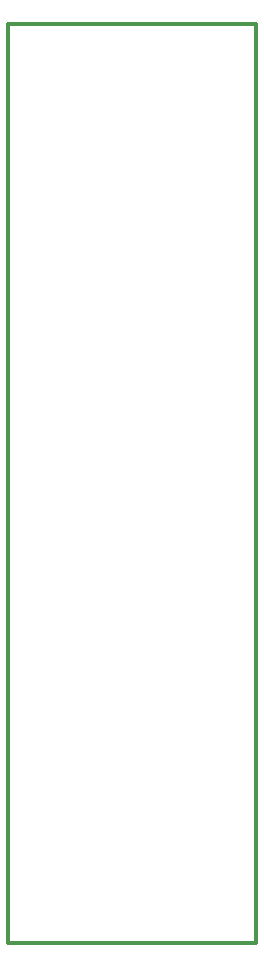
<source format=gko>
G04 Layer_Color=13278208*
%FSLAX24Y24*%
%MOIN*%
G70*
G01*
G75*
%ADD23C,0.0118*%
D23*
X-0Y30630D02*
X0Y0D01*
X8268D01*
Y30630D01*
X-0D02*
X8268D01*
M02*

</source>
